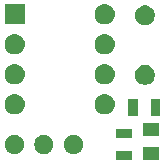
<source format=gbr>
G04 #@! TF.GenerationSoftware,KiCad,Pcbnew,5.0.1-33cea8e~68~ubuntu18.04.1*
G04 #@! TF.CreationDate,2018-11-06T10:20:57-05:00*
G04 #@! TF.ProjectId,beacon,626561636F6E2E6B696361645F706362,rev?*
G04 #@! TF.SameCoordinates,Original*
G04 #@! TF.FileFunction,Soldermask,Top*
G04 #@! TF.FilePolarity,Negative*
%FSLAX46Y46*%
G04 Gerber Fmt 4.6, Leading zero omitted, Abs format (unit mm)*
G04 Created by KiCad (PCBNEW 5.0.1-33cea8e~68~ubuntu18.04.1) date Tue 06 Nov 2018 10:20:57 AM EST*
%MOMM*%
%LPD*%
G01*
G04 APERTURE LIST*
%ADD10C,0.100000*%
G04 APERTURE END LIST*
D10*
G36*
X127051000Y-92501000D02*
X125649000Y-92501000D01*
X125649000Y-91699000D01*
X127051000Y-91699000D01*
X127051000Y-92501000D01*
X127051000Y-92501000D01*
G37*
G36*
X129276000Y-92451000D02*
X127924000Y-92451000D01*
X127924000Y-91349000D01*
X129276000Y-91349000D01*
X129276000Y-92451000D01*
X129276000Y-92451000D01*
G37*
G36*
X117287142Y-90368242D02*
X117435102Y-90429530D01*
X117568258Y-90518502D01*
X117681498Y-90631742D01*
X117770470Y-90764898D01*
X117831758Y-90912858D01*
X117863000Y-91069925D01*
X117863000Y-91230075D01*
X117831758Y-91387142D01*
X117770470Y-91535102D01*
X117681498Y-91668258D01*
X117568258Y-91781498D01*
X117435102Y-91870470D01*
X117287142Y-91931758D01*
X117130075Y-91963000D01*
X116969925Y-91963000D01*
X116812858Y-91931758D01*
X116664898Y-91870470D01*
X116531742Y-91781498D01*
X116418502Y-91668258D01*
X116329530Y-91535102D01*
X116268242Y-91387142D01*
X116237000Y-91230075D01*
X116237000Y-91069925D01*
X116268242Y-90912858D01*
X116329530Y-90764898D01*
X116418502Y-90631742D01*
X116531742Y-90518502D01*
X116664898Y-90429530D01*
X116812858Y-90368242D01*
X116969925Y-90337000D01*
X117130075Y-90337000D01*
X117287142Y-90368242D01*
X117287142Y-90368242D01*
G37*
G36*
X122287142Y-90368242D02*
X122435102Y-90429530D01*
X122568258Y-90518502D01*
X122681498Y-90631742D01*
X122770470Y-90764898D01*
X122831758Y-90912858D01*
X122863000Y-91069925D01*
X122863000Y-91230075D01*
X122831758Y-91387142D01*
X122770470Y-91535102D01*
X122681498Y-91668258D01*
X122568258Y-91781498D01*
X122435102Y-91870470D01*
X122287142Y-91931758D01*
X122130075Y-91963000D01*
X121969925Y-91963000D01*
X121812858Y-91931758D01*
X121664898Y-91870470D01*
X121531742Y-91781498D01*
X121418502Y-91668258D01*
X121329530Y-91535102D01*
X121268242Y-91387142D01*
X121237000Y-91230075D01*
X121237000Y-91069925D01*
X121268242Y-90912858D01*
X121329530Y-90764898D01*
X121418502Y-90631742D01*
X121531742Y-90518502D01*
X121664898Y-90429530D01*
X121812858Y-90368242D01*
X121969925Y-90337000D01*
X122130075Y-90337000D01*
X122287142Y-90368242D01*
X122287142Y-90368242D01*
G37*
G36*
X119787142Y-90368242D02*
X119935102Y-90429530D01*
X120068258Y-90518502D01*
X120181498Y-90631742D01*
X120270470Y-90764898D01*
X120331758Y-90912858D01*
X120363000Y-91069925D01*
X120363000Y-91230075D01*
X120331758Y-91387142D01*
X120270470Y-91535102D01*
X120181498Y-91668258D01*
X120068258Y-91781498D01*
X119935102Y-91870470D01*
X119787142Y-91931758D01*
X119630075Y-91963000D01*
X119469925Y-91963000D01*
X119312858Y-91931758D01*
X119164898Y-91870470D01*
X119031742Y-91781498D01*
X118918502Y-91668258D01*
X118829530Y-91535102D01*
X118768242Y-91387142D01*
X118737000Y-91230075D01*
X118737000Y-91069925D01*
X118768242Y-90912858D01*
X118829530Y-90764898D01*
X118918502Y-90631742D01*
X119031742Y-90518502D01*
X119164898Y-90429530D01*
X119312858Y-90368242D01*
X119469925Y-90337000D01*
X119630075Y-90337000D01*
X119787142Y-90368242D01*
X119787142Y-90368242D01*
G37*
G36*
X127051000Y-90601000D02*
X125649000Y-90601000D01*
X125649000Y-89799000D01*
X127051000Y-89799000D01*
X127051000Y-90601000D01*
X127051000Y-90601000D01*
G37*
G36*
X129276000Y-90451000D02*
X127924000Y-90451000D01*
X127924000Y-89349000D01*
X129276000Y-89349000D01*
X129276000Y-90451000D01*
X129276000Y-90451000D01*
G37*
G36*
X127501000Y-88701000D02*
X126699000Y-88701000D01*
X126699000Y-87299000D01*
X127501000Y-87299000D01*
X127501000Y-88701000D01*
X127501000Y-88701000D01*
G37*
G36*
X129401000Y-88701000D02*
X128599000Y-88701000D01*
X128599000Y-87299000D01*
X129401000Y-87299000D01*
X129401000Y-88701000D01*
X129401000Y-88701000D01*
G37*
G36*
X124861822Y-86906314D02*
X124861825Y-86906315D01*
X124861826Y-86906315D01*
X125022240Y-86954976D01*
X125022242Y-86954977D01*
X125022245Y-86954978D01*
X125170079Y-87033996D01*
X125299660Y-87140342D01*
X125406006Y-87269923D01*
X125485024Y-87417757D01*
X125533688Y-87578180D01*
X125550118Y-87745001D01*
X125533688Y-87911822D01*
X125485024Y-88072245D01*
X125406006Y-88220079D01*
X125299660Y-88349660D01*
X125170079Y-88456006D01*
X125022245Y-88535024D01*
X125022242Y-88535025D01*
X125022240Y-88535026D01*
X124861826Y-88583687D01*
X124861825Y-88583687D01*
X124861822Y-88583688D01*
X124736805Y-88596001D01*
X124653197Y-88596001D01*
X124528180Y-88583688D01*
X124528177Y-88583687D01*
X124528176Y-88583687D01*
X124367762Y-88535026D01*
X124367760Y-88535025D01*
X124367757Y-88535024D01*
X124219923Y-88456006D01*
X124090342Y-88349660D01*
X123983996Y-88220079D01*
X123904978Y-88072245D01*
X123856314Y-87911822D01*
X123839884Y-87745001D01*
X123856314Y-87578180D01*
X123904978Y-87417757D01*
X123983996Y-87269923D01*
X124090342Y-87140342D01*
X124219923Y-87033996D01*
X124367757Y-86954978D01*
X124367760Y-86954977D01*
X124367762Y-86954976D01*
X124528176Y-86906315D01*
X124528177Y-86906315D01*
X124528180Y-86906314D01*
X124653197Y-86894001D01*
X124736805Y-86894001D01*
X124861822Y-86906314D01*
X124861822Y-86906314D01*
G37*
G36*
X117241822Y-86906314D02*
X117241825Y-86906315D01*
X117241826Y-86906315D01*
X117402240Y-86954976D01*
X117402242Y-86954977D01*
X117402245Y-86954978D01*
X117550079Y-87033996D01*
X117679660Y-87140342D01*
X117786006Y-87269923D01*
X117865024Y-87417757D01*
X117913688Y-87578180D01*
X117930118Y-87745001D01*
X117913688Y-87911822D01*
X117865024Y-88072245D01*
X117786006Y-88220079D01*
X117679660Y-88349660D01*
X117550079Y-88456006D01*
X117402245Y-88535024D01*
X117402242Y-88535025D01*
X117402240Y-88535026D01*
X117241826Y-88583687D01*
X117241825Y-88583687D01*
X117241822Y-88583688D01*
X117116805Y-88596001D01*
X117033197Y-88596001D01*
X116908180Y-88583688D01*
X116908177Y-88583687D01*
X116908176Y-88583687D01*
X116747762Y-88535026D01*
X116747760Y-88535025D01*
X116747757Y-88535024D01*
X116599923Y-88456006D01*
X116470342Y-88349660D01*
X116363996Y-88220079D01*
X116284978Y-88072245D01*
X116236314Y-87911822D01*
X116219884Y-87745001D01*
X116236314Y-87578180D01*
X116284978Y-87417757D01*
X116363996Y-87269923D01*
X116470342Y-87140342D01*
X116599923Y-87033996D01*
X116747757Y-86954978D01*
X116747760Y-86954977D01*
X116747762Y-86954976D01*
X116908176Y-86906315D01*
X116908177Y-86906315D01*
X116908180Y-86906314D01*
X117033197Y-86894001D01*
X117116805Y-86894001D01*
X117241822Y-86906314D01*
X117241822Y-86906314D01*
G37*
G36*
X128344581Y-84443723D02*
X128497179Y-84506931D01*
X128634513Y-84598695D01*
X128751305Y-84715487D01*
X128843069Y-84852821D01*
X128906277Y-85005419D01*
X128938500Y-85167414D01*
X128938500Y-85332586D01*
X128906277Y-85494581D01*
X128843069Y-85647179D01*
X128751305Y-85784513D01*
X128634513Y-85901305D01*
X128497179Y-85993069D01*
X128344581Y-86056277D01*
X128182586Y-86088500D01*
X128017414Y-86088500D01*
X127855419Y-86056277D01*
X127702821Y-85993069D01*
X127565487Y-85901305D01*
X127448695Y-85784513D01*
X127356931Y-85647179D01*
X127293723Y-85494581D01*
X127261500Y-85332586D01*
X127261500Y-85167414D01*
X127293723Y-85005419D01*
X127356931Y-84852821D01*
X127448695Y-84715487D01*
X127565487Y-84598695D01*
X127702821Y-84506931D01*
X127855419Y-84443723D01*
X128017414Y-84411500D01*
X128182586Y-84411500D01*
X128344581Y-84443723D01*
X128344581Y-84443723D01*
G37*
G36*
X117241822Y-84366314D02*
X117241825Y-84366315D01*
X117241826Y-84366315D01*
X117402240Y-84414976D01*
X117402242Y-84414977D01*
X117402245Y-84414978D01*
X117550079Y-84493996D01*
X117679660Y-84600342D01*
X117786006Y-84729923D01*
X117865024Y-84877757D01*
X117913688Y-85038180D01*
X117930118Y-85205001D01*
X117913688Y-85371822D01*
X117913687Y-85371825D01*
X117913687Y-85371826D01*
X117876450Y-85494581D01*
X117865024Y-85532245D01*
X117786006Y-85680079D01*
X117679660Y-85809660D01*
X117550079Y-85916006D01*
X117402245Y-85995024D01*
X117402242Y-85995025D01*
X117402240Y-85995026D01*
X117241826Y-86043687D01*
X117241825Y-86043687D01*
X117241822Y-86043688D01*
X117116805Y-86056001D01*
X117033197Y-86056001D01*
X116908180Y-86043688D01*
X116908177Y-86043687D01*
X116908176Y-86043687D01*
X116747762Y-85995026D01*
X116747760Y-85995025D01*
X116747757Y-85995024D01*
X116599923Y-85916006D01*
X116470342Y-85809660D01*
X116363996Y-85680079D01*
X116284978Y-85532245D01*
X116273553Y-85494581D01*
X116236315Y-85371826D01*
X116236315Y-85371825D01*
X116236314Y-85371822D01*
X116219884Y-85205001D01*
X116236314Y-85038180D01*
X116284978Y-84877757D01*
X116363996Y-84729923D01*
X116470342Y-84600342D01*
X116599923Y-84493996D01*
X116747757Y-84414978D01*
X116747760Y-84414977D01*
X116747762Y-84414976D01*
X116908176Y-84366315D01*
X116908177Y-84366315D01*
X116908180Y-84366314D01*
X117033197Y-84354001D01*
X117116805Y-84354001D01*
X117241822Y-84366314D01*
X117241822Y-84366314D01*
G37*
G36*
X124861822Y-84366314D02*
X124861825Y-84366315D01*
X124861826Y-84366315D01*
X125022240Y-84414976D01*
X125022242Y-84414977D01*
X125022245Y-84414978D01*
X125170079Y-84493996D01*
X125299660Y-84600342D01*
X125406006Y-84729923D01*
X125485024Y-84877757D01*
X125533688Y-85038180D01*
X125550118Y-85205001D01*
X125533688Y-85371822D01*
X125533687Y-85371825D01*
X125533687Y-85371826D01*
X125496450Y-85494581D01*
X125485024Y-85532245D01*
X125406006Y-85680079D01*
X125299660Y-85809660D01*
X125170079Y-85916006D01*
X125022245Y-85995024D01*
X125022242Y-85995025D01*
X125022240Y-85995026D01*
X124861826Y-86043687D01*
X124861825Y-86043687D01*
X124861822Y-86043688D01*
X124736805Y-86056001D01*
X124653197Y-86056001D01*
X124528180Y-86043688D01*
X124528177Y-86043687D01*
X124528176Y-86043687D01*
X124367762Y-85995026D01*
X124367760Y-85995025D01*
X124367757Y-85995024D01*
X124219923Y-85916006D01*
X124090342Y-85809660D01*
X123983996Y-85680079D01*
X123904978Y-85532245D01*
X123893553Y-85494581D01*
X123856315Y-85371826D01*
X123856315Y-85371825D01*
X123856314Y-85371822D01*
X123839884Y-85205001D01*
X123856314Y-85038180D01*
X123904978Y-84877757D01*
X123983996Y-84729923D01*
X124090342Y-84600342D01*
X124219923Y-84493996D01*
X124367757Y-84414978D01*
X124367760Y-84414977D01*
X124367762Y-84414976D01*
X124528176Y-84366315D01*
X124528177Y-84366315D01*
X124528180Y-84366314D01*
X124653197Y-84354001D01*
X124736805Y-84354001D01*
X124861822Y-84366314D01*
X124861822Y-84366314D01*
G37*
G36*
X124861822Y-81826314D02*
X124861825Y-81826315D01*
X124861826Y-81826315D01*
X125022240Y-81874976D01*
X125022242Y-81874977D01*
X125022245Y-81874978D01*
X125170079Y-81953996D01*
X125299660Y-82060342D01*
X125406006Y-82189923D01*
X125485024Y-82337757D01*
X125533688Y-82498180D01*
X125550118Y-82665001D01*
X125533688Y-82831822D01*
X125485024Y-82992245D01*
X125406006Y-83140079D01*
X125299660Y-83269660D01*
X125170079Y-83376006D01*
X125022245Y-83455024D01*
X125022242Y-83455025D01*
X125022240Y-83455026D01*
X124861826Y-83503687D01*
X124861825Y-83503687D01*
X124861822Y-83503688D01*
X124736805Y-83516001D01*
X124653197Y-83516001D01*
X124528180Y-83503688D01*
X124528177Y-83503687D01*
X124528176Y-83503687D01*
X124367762Y-83455026D01*
X124367760Y-83455025D01*
X124367757Y-83455024D01*
X124219923Y-83376006D01*
X124090342Y-83269660D01*
X123983996Y-83140079D01*
X123904978Y-82992245D01*
X123856314Y-82831822D01*
X123839884Y-82665001D01*
X123856314Y-82498180D01*
X123904978Y-82337757D01*
X123983996Y-82189923D01*
X124090342Y-82060342D01*
X124219923Y-81953996D01*
X124367757Y-81874978D01*
X124367760Y-81874977D01*
X124367762Y-81874976D01*
X124528176Y-81826315D01*
X124528177Y-81826315D01*
X124528180Y-81826314D01*
X124653197Y-81814001D01*
X124736805Y-81814001D01*
X124861822Y-81826314D01*
X124861822Y-81826314D01*
G37*
G36*
X117241822Y-81826314D02*
X117241825Y-81826315D01*
X117241826Y-81826315D01*
X117402240Y-81874976D01*
X117402242Y-81874977D01*
X117402245Y-81874978D01*
X117550079Y-81953996D01*
X117679660Y-82060342D01*
X117786006Y-82189923D01*
X117865024Y-82337757D01*
X117913688Y-82498180D01*
X117930118Y-82665001D01*
X117913688Y-82831822D01*
X117865024Y-82992245D01*
X117786006Y-83140079D01*
X117679660Y-83269660D01*
X117550079Y-83376006D01*
X117402245Y-83455024D01*
X117402242Y-83455025D01*
X117402240Y-83455026D01*
X117241826Y-83503687D01*
X117241825Y-83503687D01*
X117241822Y-83503688D01*
X117116805Y-83516001D01*
X117033197Y-83516001D01*
X116908180Y-83503688D01*
X116908177Y-83503687D01*
X116908176Y-83503687D01*
X116747762Y-83455026D01*
X116747760Y-83455025D01*
X116747757Y-83455024D01*
X116599923Y-83376006D01*
X116470342Y-83269660D01*
X116363996Y-83140079D01*
X116284978Y-82992245D01*
X116236314Y-82831822D01*
X116219884Y-82665001D01*
X116236314Y-82498180D01*
X116284978Y-82337757D01*
X116363996Y-82189923D01*
X116470342Y-82060342D01*
X116599923Y-81953996D01*
X116747757Y-81874978D01*
X116747760Y-81874977D01*
X116747762Y-81874976D01*
X116908176Y-81826315D01*
X116908177Y-81826315D01*
X116908180Y-81826314D01*
X117033197Y-81814001D01*
X117116805Y-81814001D01*
X117241822Y-81826314D01*
X117241822Y-81826314D01*
G37*
G36*
X128344581Y-79403723D02*
X128497179Y-79466931D01*
X128634513Y-79558695D01*
X128751305Y-79675487D01*
X128843069Y-79812821D01*
X128906277Y-79965419D01*
X128938500Y-80127414D01*
X128938500Y-80292586D01*
X128906277Y-80454581D01*
X128843069Y-80607179D01*
X128751305Y-80744513D01*
X128634513Y-80861305D01*
X128497179Y-80953069D01*
X128344581Y-81016277D01*
X128182586Y-81048500D01*
X128017414Y-81048500D01*
X127855419Y-81016277D01*
X127702821Y-80953069D01*
X127565487Y-80861305D01*
X127448695Y-80744513D01*
X127356931Y-80607179D01*
X127293723Y-80454581D01*
X127261500Y-80292586D01*
X127261500Y-80127414D01*
X127293723Y-79965419D01*
X127356931Y-79812821D01*
X127448695Y-79675487D01*
X127565487Y-79558695D01*
X127702821Y-79466931D01*
X127855419Y-79403723D01*
X128017414Y-79371500D01*
X128182586Y-79371500D01*
X128344581Y-79403723D01*
X128344581Y-79403723D01*
G37*
G36*
X117926001Y-80976001D02*
X116224001Y-80976001D01*
X116224001Y-79274001D01*
X117926001Y-79274001D01*
X117926001Y-80976001D01*
X117926001Y-80976001D01*
G37*
G36*
X124861822Y-79286314D02*
X124861825Y-79286315D01*
X124861826Y-79286315D01*
X125022240Y-79334976D01*
X125022242Y-79334977D01*
X125022245Y-79334978D01*
X125170079Y-79413996D01*
X125299660Y-79520342D01*
X125406006Y-79649923D01*
X125485024Y-79797757D01*
X125533688Y-79958180D01*
X125550118Y-80125001D01*
X125533688Y-80291822D01*
X125485024Y-80452245D01*
X125406006Y-80600079D01*
X125299660Y-80729660D01*
X125170079Y-80836006D01*
X125022245Y-80915024D01*
X125022242Y-80915025D01*
X125022240Y-80915026D01*
X124861826Y-80963687D01*
X124861825Y-80963687D01*
X124861822Y-80963688D01*
X124736805Y-80976001D01*
X124653197Y-80976001D01*
X124528180Y-80963688D01*
X124528177Y-80963687D01*
X124528176Y-80963687D01*
X124367762Y-80915026D01*
X124367760Y-80915025D01*
X124367757Y-80915024D01*
X124219923Y-80836006D01*
X124090342Y-80729660D01*
X123983996Y-80600079D01*
X123904978Y-80452245D01*
X123856314Y-80291822D01*
X123839884Y-80125001D01*
X123856314Y-79958180D01*
X123904978Y-79797757D01*
X123983996Y-79649923D01*
X124090342Y-79520342D01*
X124219923Y-79413996D01*
X124367757Y-79334978D01*
X124367760Y-79334977D01*
X124367762Y-79334976D01*
X124528176Y-79286315D01*
X124528177Y-79286315D01*
X124528180Y-79286314D01*
X124653197Y-79274001D01*
X124736805Y-79274001D01*
X124861822Y-79286314D01*
X124861822Y-79286314D01*
G37*
M02*

</source>
